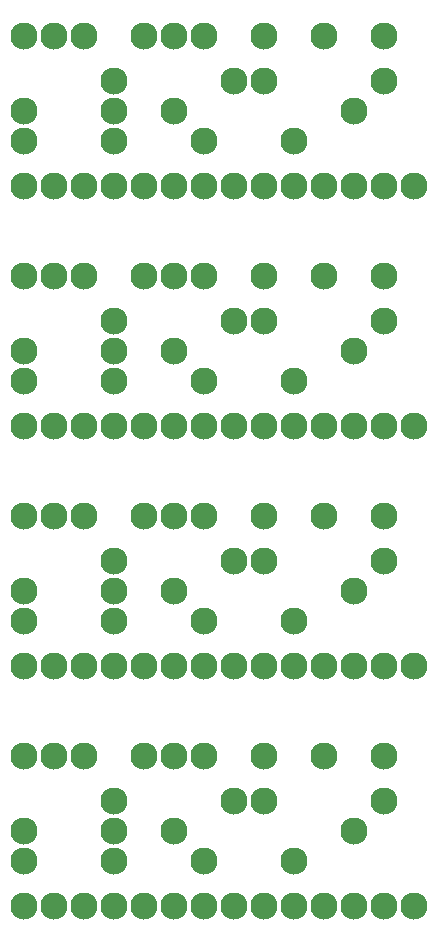
<source format=gbr>
%TF.GenerationSoftware,KiCad,Pcbnew,(5.1.6)-1*%
%TF.CreationDate,2024-04-21T09:45:17-05:00*%
%TF.ProjectId,lcd_connector,6c63645f-636f-46e6-9e65-63746f722e6b,rev?*%
%TF.SameCoordinates,Original*%
%TF.FileFunction,Soldermask,Bot*%
%TF.FilePolarity,Negative*%
%FSLAX46Y46*%
G04 Gerber Fmt 4.6, Leading zero omitted, Abs format (unit mm)*
G04 Created by KiCad (PCBNEW (5.1.6)-1) date 2024-04-21 09:45:17*
%MOMM*%
%LPD*%
G01*
G04 APERTURE LIST*
%ADD10C,2.300000*%
G04 APERTURE END LIST*
D10*
%TO.C,R1*%
X2540000Y67310000D03*
X10160000Y67310000D03*
%TD*%
%TO.C,R2*%
X10160000Y69850000D03*
X2540000Y69850000D03*
%TD*%
%TO.C,J4*%
X12700000Y76200000D03*
%TD*%
%TO.C,J5*%
X15240000Y76200000D03*
%TD*%
%TO.C,J1*%
X2540000Y76200000D03*
%TD*%
%TO.C,M1*%
X35560000Y63500000D03*
X33020000Y63500000D03*
X30480000Y63500000D03*
X27940000Y63500000D03*
X25400000Y63500000D03*
X22860000Y63500000D03*
X20320000Y63500000D03*
X17780000Y63500000D03*
X15240000Y63500000D03*
X12700000Y63500000D03*
X10160000Y63500000D03*
X7620000Y63500000D03*
X5080000Y63500000D03*
X2540000Y63500000D03*
%TD*%
%TO.C,J7*%
X27940000Y76200000D03*
%TD*%
%TO.C,J6*%
X17780000Y76200000D03*
%TD*%
%TO.C,J3*%
X7620000Y76200000D03*
%TD*%
%TO.C,J8*%
X22860000Y76200000D03*
%TD*%
%TO.C,J2*%
X5080000Y76200000D03*
%TD*%
%TO.C,J8*%
X33020000Y76200000D03*
%TD*%
%TO.C,R1*%
X2540000Y46990000D03*
X10160000Y46990000D03*
%TD*%
%TO.C,R2*%
X10160000Y49530000D03*
X2540000Y49530000D03*
%TD*%
%TO.C,J4*%
X12700000Y55880000D03*
%TD*%
%TO.C,J5*%
X15240000Y55880000D03*
%TD*%
%TO.C,J1*%
X2540000Y55880000D03*
%TD*%
%TO.C,M1*%
X35560000Y43180000D03*
X33020000Y43180000D03*
X30480000Y43180000D03*
X27940000Y43180000D03*
X25400000Y43180000D03*
X22860000Y43180000D03*
X20320000Y43180000D03*
X17780000Y43180000D03*
X15240000Y43180000D03*
X12700000Y43180000D03*
X10160000Y43180000D03*
X7620000Y43180000D03*
X5080000Y43180000D03*
X2540000Y43180000D03*
%TD*%
%TO.C,J7*%
X27940000Y55880000D03*
%TD*%
%TO.C,J6*%
X17780000Y55880000D03*
%TD*%
%TO.C,J3*%
X7620000Y55880000D03*
%TD*%
%TO.C,J8*%
X22860000Y55880000D03*
%TD*%
%TO.C,J2*%
X5080000Y55880000D03*
%TD*%
%TO.C,J8*%
X33020000Y55880000D03*
%TD*%
%TO.C,R1*%
X2540000Y26670000D03*
X10160000Y26670000D03*
%TD*%
%TO.C,R2*%
X10160000Y29210000D03*
X2540000Y29210000D03*
%TD*%
%TO.C,J4*%
X12700000Y35560000D03*
%TD*%
%TO.C,J5*%
X15240000Y35560000D03*
%TD*%
%TO.C,J1*%
X2540000Y35560000D03*
%TD*%
%TO.C,M1*%
X35560000Y22860000D03*
X33020000Y22860000D03*
X30480000Y22860000D03*
X27940000Y22860000D03*
X25400000Y22860000D03*
X22860000Y22860000D03*
X20320000Y22860000D03*
X17780000Y22860000D03*
X15240000Y22860000D03*
X12700000Y22860000D03*
X10160000Y22860000D03*
X7620000Y22860000D03*
X5080000Y22860000D03*
X2540000Y22860000D03*
%TD*%
%TO.C,J7*%
X27940000Y35560000D03*
%TD*%
%TO.C,J6*%
X17780000Y35560000D03*
%TD*%
%TO.C,J3*%
X7620000Y35560000D03*
%TD*%
%TO.C,J8*%
X22860000Y35560000D03*
%TD*%
%TO.C,J2*%
X5080000Y35560000D03*
%TD*%
%TO.C,J8*%
X33020000Y35560000D03*
%TD*%
%TO.C,J8*%
X33020000Y15240000D03*
%TD*%
%TO.C,J1*%
X2540000Y15240000D03*
%TD*%
%TO.C,J2*%
X5080000Y15240000D03*
%TD*%
%TO.C,J3*%
X7620000Y15240000D03*
%TD*%
%TO.C,J4*%
X12700000Y15240000D03*
%TD*%
%TO.C,J5*%
X15240000Y15240000D03*
%TD*%
%TO.C,J6*%
X17780000Y15240000D03*
%TD*%
%TO.C,J7*%
X27940000Y15240000D03*
%TD*%
%TO.C,J8*%
X22860000Y15240000D03*
%TD*%
%TO.C,M1*%
X2540000Y2540000D03*
X5080000Y2540000D03*
X7620000Y2540000D03*
X10160000Y2540000D03*
X12700000Y2540000D03*
X15240000Y2540000D03*
X17780000Y2540000D03*
X20320000Y2540000D03*
X22860000Y2540000D03*
X25400000Y2540000D03*
X27940000Y2540000D03*
X30480000Y2540000D03*
X33020000Y2540000D03*
X35560000Y2540000D03*
%TD*%
%TO.C,R1*%
X10160000Y6350000D03*
X2540000Y6350000D03*
%TD*%
%TO.C,R2*%
X2540000Y8890000D03*
X10160000Y8890000D03*
%TD*%
X15240000Y29210000D03*
X30480000Y29210000D03*
X17780000Y26670000D03*
X25400000Y26670000D03*
X33020000Y31750000D03*
X22860000Y31750000D03*
X20320000Y31750000D03*
X10160000Y31750000D03*
X15240000Y49530000D03*
X30480000Y49530000D03*
X17780000Y46990000D03*
X25400000Y46990000D03*
X33020000Y52070000D03*
X22860000Y52070000D03*
X20320000Y52070000D03*
X10160000Y52070000D03*
X15240000Y69850000D03*
X30480000Y69850000D03*
X17780000Y67310000D03*
X25400000Y67310000D03*
X33020000Y72390000D03*
X22860000Y72390000D03*
X20320000Y72390000D03*
X10160000Y72390000D03*
X30480000Y8890000D03*
X15240000Y8890000D03*
X25400000Y6350000D03*
X17780000Y6350000D03*
X33020000Y11430000D03*
X22860000Y11430000D03*
X10160000Y11430000D03*
X20320000Y11430000D03*
M02*

</source>
